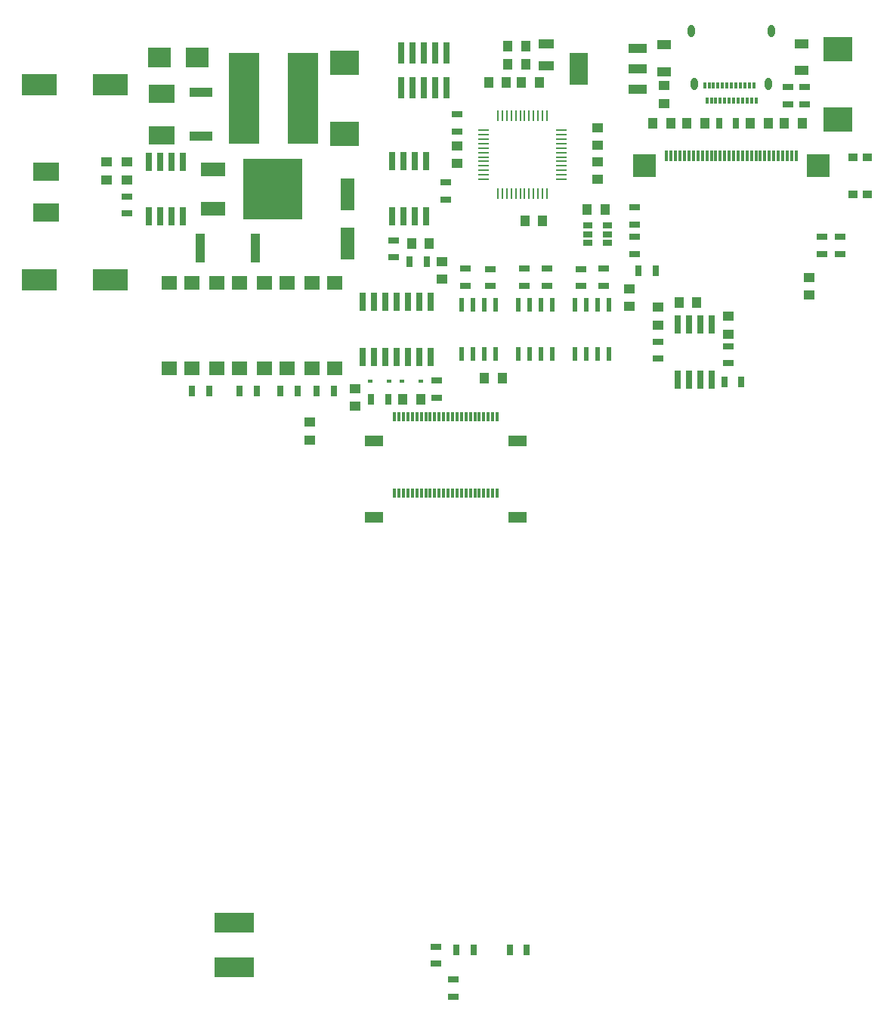
<source format=gbr>
G04 #@! TF.GenerationSoftware,KiCad,Pcbnew,5.0.2-bee76a0~70~ubuntu18.04.1*
G04 #@! TF.CreationDate,2020-04-07T14:55:27+02:00*
G04 #@! TF.ProjectId,OpenDropV4,4f70656e-4472-46f7-9056-342e6b696361,rev?*
G04 #@! TF.SameCoordinates,Original*
G04 #@! TF.FileFunction,Paste,Bot*
G04 #@! TF.FilePolarity,Positive*
%FSLAX46Y46*%
G04 Gerber Fmt 4.6, Leading zero omitted, Abs format (unit mm)*
G04 Created by KiCad (PCBNEW 5.0.2-bee76a0~70~ubuntu18.04.1) date Di 07 Apr 2020 14:55:27 CEST*
%MOMM*%
%LPD*%
G01*
G04 APERTURE LIST*
%ADD10R,0.300000X0.700000*%
%ADD11O,0.800000X1.400000*%
%ADD12R,2.000000X1.300000*%
%ADD13R,0.300000X1.000000*%
%ADD14R,1.000000X1.250000*%
%ADD15R,1.800000X1.000000*%
%ADD16R,1.250000X1.000000*%
%ADD17R,1.700000X1.600000*%
%ADD18R,4.000500X2.400300*%
%ADD19R,1.300000X0.700000*%
%ADD20R,0.610000X1.520000*%
%ADD21R,0.700000X1.300000*%
%ADD22R,2.780000X1.550000*%
%ADD23R,6.730000X6.740000*%
%ADD24R,0.660400X2.032000*%
%ADD25R,1.000000X3.200000*%
%ADD26R,2.500000X1.000000*%
%ADD27R,2.500000X2.300000*%
%ADD28R,1.600200X3.599180*%
%ADD29R,3.500000X10.200000*%
%ADD30R,3.000000X2.000000*%
%ADD31R,1.060000X0.650000*%
%ADD32R,0.600000X0.450000*%
%ADD33R,1.300000X0.250000*%
%ADD34R,0.250000X1.300000*%
%ADD35R,2.032000X3.657600*%
%ADD36R,2.032000X1.016000*%
%ADD37R,1.000000X0.900000*%
%ADD38R,1.600000X1.000000*%
%ADD39R,4.500000X2.200000*%
%ADD40R,0.300000X1.250000*%
%ADD41R,2.500000X2.500000*%
%ADD42R,3.200000X2.700000*%
%ADD43R,0.740000X2.400000*%
G04 APERTURE END LIST*
D10*
G04 #@! TO.C,J1*
X129000000Y-39220000D03*
X129500000Y-39220000D03*
X130000000Y-39220000D03*
X130500000Y-39220000D03*
X131000000Y-39220000D03*
X131500000Y-39220000D03*
X132000000Y-39220000D03*
X132500000Y-39220000D03*
X133000000Y-39220000D03*
X133500000Y-39220000D03*
X134000000Y-39220000D03*
D11*
X127510000Y-33060000D03*
X136490000Y-33060000D03*
X136130000Y-39010000D03*
D10*
X134500000Y-39220000D03*
X134250000Y-40920000D03*
X132750000Y-40920000D03*
X133250000Y-40920000D03*
X133750000Y-40920000D03*
X134750000Y-40920000D03*
X132250000Y-40920000D03*
X131750000Y-40920000D03*
X131250000Y-40920000D03*
X130750000Y-40920000D03*
X130250000Y-40920000D03*
X129750000Y-40920000D03*
X129250000Y-40920000D03*
D11*
X127870000Y-39010000D03*
G04 #@! TD*
D12*
G04 #@! TO.C,J3*
X108050000Y-79000000D03*
X91950000Y-79000000D03*
D13*
X105750000Y-76300000D03*
X105250000Y-76300000D03*
X104750000Y-76300000D03*
X104250000Y-76300000D03*
X103750000Y-76300000D03*
X103250000Y-76300000D03*
X102750000Y-76300000D03*
X102250000Y-76300000D03*
X101750000Y-76300000D03*
X101250000Y-76300000D03*
X100750000Y-76300000D03*
X100250000Y-76300000D03*
X99750000Y-76300000D03*
X99250000Y-76300000D03*
X98750000Y-76300000D03*
X98250000Y-76300000D03*
X97750000Y-76300000D03*
X97250000Y-76300000D03*
X96750000Y-76300000D03*
X96250000Y-76300000D03*
X95750000Y-76300000D03*
X95250000Y-76300000D03*
X94750000Y-76300000D03*
X94250000Y-76300000D03*
G04 #@! TD*
D14*
G04 #@! TO.C,C25*
X108950000Y-34757000D03*
X106950000Y-34757000D03*
G04 #@! TD*
D15*
G04 #@! TO.C,Y1*
X111252000Y-34523000D03*
X111252000Y-37023000D03*
G04 #@! TD*
D16*
G04 #@! TO.C,C14*
X101219000Y-45949000D03*
X101219000Y-47949000D03*
G04 #@! TD*
D17*
G04 #@! TO.C,U12*
X85011000Y-70817000D03*
X87551000Y-70817000D03*
X87551000Y-61317000D03*
X85011000Y-61317000D03*
G04 #@! TD*
D18*
G04 #@! TO.C,C18*
X54419500Y-60960000D03*
X62420500Y-60960000D03*
G04 #@! TD*
D19*
G04 #@! TO.C,R32*
X102156000Y-61619500D03*
X102156000Y-59719500D03*
G04 #@! TD*
D20*
G04 #@! TO.C,U9*
X118285000Y-69244000D03*
X117015000Y-69244000D03*
X115745000Y-69244000D03*
X114475000Y-69244000D03*
X114475000Y-63779000D03*
X115745000Y-63779000D03*
X117015000Y-63779000D03*
X118285000Y-63779000D03*
G04 #@! TD*
G04 #@! TO.C,U8*
X111935000Y-63779000D03*
X110665000Y-63779000D03*
X109395000Y-63779000D03*
X108125000Y-63779000D03*
X108125000Y-69244000D03*
X109395000Y-69244000D03*
X110665000Y-69244000D03*
X111935000Y-69244000D03*
G04 #@! TD*
D19*
G04 #@! TO.C,R1*
X64262000Y-53528000D03*
X64262000Y-51628000D03*
G04 #@! TD*
G04 #@! TO.C,R5*
X101219000Y-42443000D03*
X101219000Y-44343000D03*
G04 #@! TD*
D21*
G04 #@! TO.C,R18*
X107177800Y-135966200D03*
X109077800Y-135966200D03*
G04 #@! TD*
G04 #@! TO.C,R19*
X101183400Y-135966200D03*
X103083400Y-135966200D03*
G04 #@! TD*
D19*
G04 #@! TO.C,R20*
X100812600Y-139283400D03*
X100812600Y-141183400D03*
G04 #@! TD*
G04 #@! TO.C,R21*
X98882200Y-135625800D03*
X98882200Y-137525800D03*
G04 #@! TD*
D21*
G04 #@! TO.C,R22*
X133126000Y-72363040D03*
X131226000Y-72363040D03*
G04 #@! TD*
D19*
G04 #@! TO.C,R30*
X131668000Y-70265040D03*
X131668000Y-68365040D03*
G04 #@! TD*
G04 #@! TO.C,R31*
X123794000Y-69757040D03*
X123794000Y-67857040D03*
G04 #@! TD*
G04 #@! TO.C,R44*
X98984000Y-72253000D03*
X98984000Y-74153000D03*
G04 #@! TD*
D21*
G04 #@! TO.C,R45*
X71567000Y-73365000D03*
X73467000Y-73365000D03*
G04 #@! TD*
G04 #@! TO.C,R48*
X76901000Y-73365000D03*
X78801000Y-73365000D03*
G04 #@! TD*
G04 #@! TO.C,R49*
X87437000Y-73365000D03*
X85537000Y-73365000D03*
G04 #@! TD*
G04 #@! TO.C,R51*
X81473000Y-73365000D03*
X83373000Y-73365000D03*
G04 #@! TD*
D19*
G04 #@! TO.C,R41*
X117650000Y-61619500D03*
X117650000Y-59719500D03*
G04 #@! TD*
G04 #@! TO.C,R3*
X140208000Y-41295000D03*
X140208000Y-39395000D03*
G04 #@! TD*
G04 #@! TO.C,R4*
X144145000Y-56159000D03*
X144145000Y-58059000D03*
G04 #@! TD*
D21*
G04 #@! TO.C,R6*
X121605000Y-59903000D03*
X123505000Y-59903000D03*
G04 #@! TD*
D19*
G04 #@! TO.C,R8*
X142113000Y-56159000D03*
X142113000Y-58059000D03*
G04 #@! TD*
G04 #@! TO.C,R34*
X115175000Y-61625000D03*
X115175000Y-59725000D03*
G04 #@! TD*
G04 #@! TO.C,R36*
X108760000Y-61619500D03*
X108760000Y-59719500D03*
G04 #@! TD*
G04 #@! TO.C,R37*
X104975000Y-61625000D03*
X104975000Y-59725000D03*
G04 #@! TD*
G04 #@! TO.C,R40*
X111300000Y-61619500D03*
X111300000Y-59719500D03*
G04 #@! TD*
G04 #@! TO.C,R9*
X99949000Y-51963000D03*
X99949000Y-50063000D03*
G04 #@! TD*
D21*
G04 #@! TO.C,R10*
X93518000Y-74346000D03*
X91618000Y-74346000D03*
G04 #@! TD*
G04 #@! TO.C,R11*
X95951000Y-58887000D03*
X97851000Y-58887000D03*
G04 #@! TD*
D22*
G04 #@! TO.C,T1*
X73932000Y-48620000D03*
D23*
X80567000Y-50800000D03*
D22*
X73932000Y-52980000D03*
G04 #@! TD*
D17*
G04 #@! TO.C,U11*
X74343000Y-70817000D03*
X76883000Y-70817000D03*
X76883000Y-61317000D03*
X74343000Y-61317000D03*
G04 #@! TD*
G04 #@! TO.C,U10*
X69009000Y-70817000D03*
X71549000Y-70817000D03*
X71549000Y-61317000D03*
X69009000Y-61317000D03*
G04 #@! TD*
G04 #@! TO.C,U13*
X79677000Y-70817000D03*
X82217000Y-70817000D03*
X82217000Y-61317000D03*
X79677000Y-61317000D03*
G04 #@! TD*
D20*
G04 #@! TO.C,U7*
X105585000Y-69244000D03*
X104315000Y-69244000D03*
X103045000Y-69244000D03*
X101775000Y-69244000D03*
X101775000Y-63779000D03*
X103045000Y-63779000D03*
X104315000Y-63779000D03*
X105585000Y-63779000D03*
G04 #@! TD*
D16*
G04 #@! TO.C,C17*
X123794000Y-65997040D03*
X123794000Y-63997040D03*
G04 #@! TD*
D24*
G04 #@! TO.C,U6*
X129763000Y-72134440D03*
X128493000Y-72134440D03*
X127223000Y-72134440D03*
X125953000Y-72134440D03*
X125953000Y-65987640D03*
X127223000Y-65987640D03*
X128493000Y-65987640D03*
X129763000Y-65987640D03*
G04 #@! TD*
D25*
G04 #@! TO.C,R2*
X72465000Y-57363000D03*
X78665000Y-57363000D03*
G04 #@! TD*
D26*
G04 #@! TO.C,RSENSE1*
X72565000Y-44895000D03*
X72565000Y-39995000D03*
G04 #@! TD*
D16*
G04 #@! TO.C,C2*
X61976000Y-49768000D03*
X61976000Y-47768000D03*
G04 #@! TD*
G04 #@! TO.C,C3*
X64262000Y-47768000D03*
X64262000Y-49768000D03*
G04 #@! TD*
G04 #@! TO.C,C13*
X84760000Y-78886000D03*
X84760000Y-76886000D03*
G04 #@! TD*
D27*
G04 #@! TO.C,D1*
X67875000Y-36095000D03*
X72175000Y-36095000D03*
G04 #@! TD*
D16*
G04 #@! TO.C,C15*
X131668000Y-65013040D03*
X131668000Y-67013040D03*
G04 #@! TD*
D14*
G04 #@! TO.C,C16*
X126127000Y-63459000D03*
X128127000Y-63459000D03*
G04 #@! TD*
D18*
G04 #@! TO.C,C4*
X62420500Y-39116000D03*
X54419500Y-39116000D03*
G04 #@! TD*
D14*
G04 #@! TO.C,C20*
X106791000Y-38821000D03*
X104791000Y-38821000D03*
G04 #@! TD*
D16*
G04 #@! TO.C,C22*
X140716000Y-62681000D03*
X140716000Y-60681000D03*
G04 #@! TD*
D14*
G04 #@! TO.C,C23*
X108950000Y-36789000D03*
X106950000Y-36789000D03*
G04 #@! TD*
D16*
G04 #@! TO.C,C24*
X116967000Y-45917000D03*
X116967000Y-43917000D03*
G04 #@! TD*
D28*
G04 #@! TO.C,C19*
X89000000Y-51374180D03*
X89000000Y-56875820D03*
G04 #@! TD*
D29*
G04 #@! TO.C,L1*
X83945000Y-40599000D03*
X77345000Y-40599000D03*
G04 #@! TD*
D14*
G04 #@! TO.C,C7*
X125206000Y-43393000D03*
X123206000Y-43393000D03*
G04 #@! TD*
G04 #@! TO.C,C8*
X137938000Y-43393000D03*
X139938000Y-43393000D03*
G04 #@! TD*
G04 #@! TO.C,C9*
X127016000Y-43393000D03*
X129016000Y-43393000D03*
G04 #@! TD*
G04 #@! TO.C,C10*
X136128000Y-43393000D03*
X134128000Y-43393000D03*
G04 #@! TD*
G04 #@! TO.C,C11*
X117840000Y-53045000D03*
X115840000Y-53045000D03*
G04 #@! TD*
D30*
G04 #@! TO.C,C6*
X68120000Y-40145000D03*
X68120000Y-44745000D03*
G04 #@! TD*
D16*
G04 #@! TO.C,C27*
X120523000Y-63951000D03*
X120523000Y-61951000D03*
G04 #@! TD*
D24*
G04 #@! TO.C,U1*
X66675000Y-47726600D03*
X67945000Y-47726600D03*
X69215000Y-47726600D03*
X70485000Y-47726600D03*
X70485000Y-53873400D03*
X69215000Y-53873400D03*
X67945000Y-53873400D03*
X66675000Y-53873400D03*
G04 #@! TD*
G04 #@! TO.C,U15*
X93980000Y-47685600D03*
X95250000Y-47685600D03*
X96520000Y-47685600D03*
X97790000Y-47685600D03*
X97790000Y-53832400D03*
X96520000Y-53832400D03*
X95250000Y-53832400D03*
X93980000Y-53832400D03*
G04 #@! TD*
D31*
G04 #@! TO.C,U3*
X115867000Y-56789000D03*
X115867000Y-55839000D03*
X115867000Y-54889000D03*
X118067000Y-54889000D03*
X118067000Y-56789000D03*
X118067000Y-55839000D03*
G04 #@! TD*
D16*
G04 #@! TO.C,C28*
X89789000Y-73127000D03*
X89789000Y-75127000D03*
G04 #@! TD*
D14*
G04 #@! TO.C,C29*
X95190000Y-74346000D03*
X97190000Y-74346000D03*
G04 #@! TD*
G04 #@! TO.C,C31*
X96155000Y-56855000D03*
X98155000Y-56855000D03*
G04 #@! TD*
D32*
G04 #@! TO.C,D2*
X91533000Y-72314000D03*
X93633000Y-72314000D03*
G04 #@! TD*
G04 #@! TO.C,D3*
X97189000Y-72314000D03*
X95089000Y-72314000D03*
G04 #@! TD*
D24*
G04 #@! TO.C,U16*
X90690000Y-63426600D03*
X91960000Y-63426600D03*
X93230000Y-63426600D03*
X94500000Y-63426600D03*
X95770000Y-63426600D03*
X97040000Y-63426600D03*
X98310000Y-63426600D03*
X98310000Y-69573400D03*
X97040000Y-69573400D03*
X94500000Y-69573400D03*
X93230000Y-69573400D03*
X91960000Y-69573400D03*
X90690000Y-69573400D03*
X95770000Y-69573400D03*
G04 #@! TD*
D14*
G04 #@! TO.C,C26*
X108474000Y-38821000D03*
X110474000Y-38821000D03*
G04 #@! TD*
D33*
G04 #@! TO.C,U5*
X112935000Y-44199000D03*
X112935000Y-44699000D03*
X112935000Y-45199000D03*
X112935000Y-45699000D03*
X112935000Y-46199000D03*
X112935000Y-46699000D03*
X112935000Y-47199000D03*
X112935000Y-47699000D03*
X112935000Y-48199000D03*
X112935000Y-48699000D03*
X112935000Y-49199000D03*
X112935000Y-49699000D03*
D34*
X111335000Y-51299000D03*
X110835000Y-51299000D03*
X110335000Y-51299000D03*
X109835000Y-51299000D03*
X109335000Y-51299000D03*
X108835000Y-51299000D03*
X108335000Y-51299000D03*
X107835000Y-51299000D03*
X107335000Y-51299000D03*
X106835000Y-51299000D03*
X106335000Y-51299000D03*
X105835000Y-51299000D03*
D33*
X104235000Y-49699000D03*
X104235000Y-49199000D03*
X104235000Y-48699000D03*
X104235000Y-48199000D03*
X104235000Y-47699000D03*
X104235000Y-47199000D03*
X104235000Y-46699000D03*
X104235000Y-46199000D03*
X104235000Y-45699000D03*
X104235000Y-45199000D03*
X104235000Y-44699000D03*
X104235000Y-44199000D03*
D34*
X105835000Y-42599000D03*
X106335000Y-42599000D03*
X106835000Y-42599000D03*
X107335000Y-42599000D03*
X107835000Y-42599000D03*
X108335000Y-42599000D03*
X108835000Y-42599000D03*
X109335000Y-42599000D03*
X109835000Y-42599000D03*
X110335000Y-42599000D03*
X110835000Y-42599000D03*
X111335000Y-42599000D03*
G04 #@! TD*
D14*
G04 #@! TO.C,C30*
X110855000Y-54315000D03*
X108855000Y-54315000D03*
G04 #@! TD*
D16*
G04 #@! TO.C,C33*
X116967000Y-47727000D03*
X116967000Y-49727000D03*
G04 #@! TD*
D35*
G04 #@! TO.C,U14*
X114898000Y-37297000D03*
D36*
X121502000Y-37297000D03*
X121502000Y-39583000D03*
X121502000Y-35011000D03*
G04 #@! TD*
D37*
G04 #@! TO.C,SW3*
X147231000Y-51348500D03*
X145631000Y-51348500D03*
X147231000Y-47248500D03*
X145631000Y-47248500D03*
G04 #@! TD*
D38*
G04 #@! TO.C,C5*
X139827000Y-34527000D03*
X139827000Y-37527000D03*
G04 #@! TD*
G04 #@! TO.C,C21*
X124495000Y-37645000D03*
X124495000Y-34645000D03*
G04 #@! TD*
D16*
G04 #@! TO.C,C34*
X124500000Y-41218000D03*
X124500000Y-39218000D03*
G04 #@! TD*
D39*
G04 #@! TO.C,SP1*
X76265000Y-132939000D03*
X76265000Y-137939000D03*
G04 #@! TD*
D40*
G04 #@! TO.C,S1*
X139250000Y-47025000D03*
X137250000Y-47025000D03*
X137750000Y-47025000D03*
X138750000Y-47025000D03*
X138250000Y-47025000D03*
X136250000Y-47025000D03*
X136750000Y-47025000D03*
X135750000Y-47025000D03*
X135250000Y-47025000D03*
X132250000Y-47025000D03*
X132750000Y-47025000D03*
X133750000Y-47025000D03*
X133250000Y-47025000D03*
X134750000Y-47025000D03*
X134250000Y-47025000D03*
X126750000Y-47025000D03*
X127250000Y-47025000D03*
X125750000Y-47025000D03*
X126250000Y-47025000D03*
X125250000Y-47025000D03*
X124750000Y-47025000D03*
X127750000Y-47025000D03*
X128250000Y-47025000D03*
X129250000Y-47025000D03*
X128750000Y-47025000D03*
X130750000Y-47025000D03*
X131250000Y-47025000D03*
X130250000Y-47025000D03*
X129750000Y-47025000D03*
D41*
X122250000Y-48125000D03*
X141750000Y-48125000D03*
D40*
X131750000Y-47025000D03*
G04 #@! TD*
D19*
G04 #@! TO.C,R12*
X121158000Y-54757000D03*
X121158000Y-52857000D03*
G04 #@! TD*
G04 #@! TO.C,R13*
X121158000Y-56159000D03*
X121158000Y-58059000D03*
G04 #@! TD*
D30*
G04 #@! TO.C,C35*
X55225000Y-48825000D03*
X55225000Y-53425000D03*
G04 #@! TD*
D16*
G04 #@! TO.C,C36*
X99568000Y-58903000D03*
X99568000Y-60903000D03*
G04 #@! TD*
D42*
G04 #@! TO.C,C32*
X143900000Y-35125000D03*
X143900000Y-43025000D03*
G04 #@! TD*
G04 #@! TO.C,C1*
X88646000Y-36690000D03*
X88646000Y-44590000D03*
G04 #@! TD*
D43*
G04 #@! TO.C,J2*
X100040000Y-39475600D03*
X100040000Y-35575600D03*
X98770000Y-39475600D03*
X98770000Y-35575600D03*
X97500000Y-39475600D03*
X97500000Y-35575600D03*
X96230000Y-39475600D03*
X96230000Y-35575600D03*
X94960000Y-39475600D03*
X94960000Y-35575600D03*
G04 #@! TD*
D19*
G04 #@! TO.C,R29*
X94107000Y-56540000D03*
X94107000Y-58440000D03*
G04 #@! TD*
D14*
G04 #@! TO.C,C37*
X106318000Y-71933000D03*
X104318000Y-71933000D03*
G04 #@! TD*
D19*
G04 #@! TO.C,R46*
X138303000Y-41295000D03*
X138303000Y-39395000D03*
G04 #@! TD*
D21*
G04 #@! TO.C,R47*
X130622000Y-43393000D03*
X132522000Y-43393000D03*
G04 #@! TD*
D13*
G04 #@! TO.C,J2*
X94250000Y-84800000D03*
X94750000Y-84800000D03*
X95250000Y-84800000D03*
X95750000Y-84800000D03*
X96250000Y-84800000D03*
X96750000Y-84800000D03*
X97250000Y-84800000D03*
X97750000Y-84800000D03*
X98250000Y-84800000D03*
X98750000Y-84800000D03*
X99250000Y-84800000D03*
X99750000Y-84800000D03*
X100250000Y-84800000D03*
X100750000Y-84800000D03*
X101250000Y-84800000D03*
X101750000Y-84800000D03*
X102250000Y-84800000D03*
X102750000Y-84800000D03*
X103250000Y-84800000D03*
X103750000Y-84800000D03*
X104250000Y-84800000D03*
X104750000Y-84800000D03*
X105250000Y-84800000D03*
X105750000Y-84800000D03*
D12*
X91950000Y-87500000D03*
X108050000Y-87500000D03*
G04 #@! TD*
M02*

</source>
